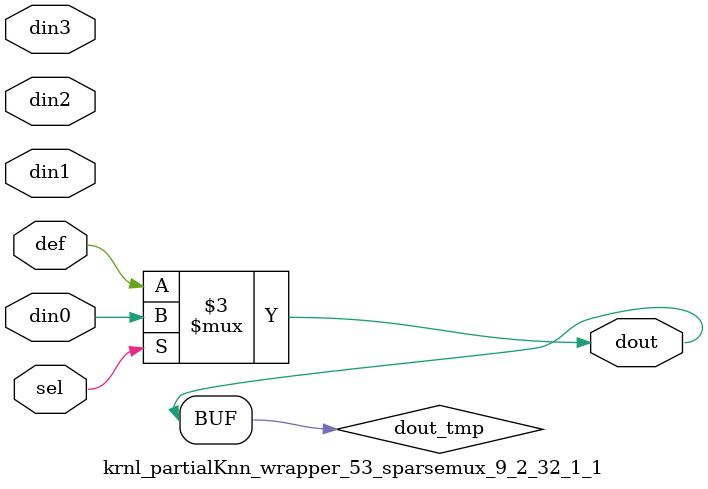
<source format=v>
`timescale 1ns / 1ps

module krnl_partialKnn_wrapper_53_sparsemux_9_2_32_1_1 (din0,din1,din2,din3,def,sel,dout);

parameter din0_WIDTH = 1;

parameter din1_WIDTH = 1;

parameter din2_WIDTH = 1;

parameter din3_WIDTH = 1;

parameter def_WIDTH = 1;
parameter sel_WIDTH = 1;
parameter dout_WIDTH = 1;

parameter [sel_WIDTH-1:0] CASE0 = 1;

parameter [sel_WIDTH-1:0] CASE1 = 1;

parameter [sel_WIDTH-1:0] CASE2 = 1;

parameter [sel_WIDTH-1:0] CASE3 = 1;

parameter ID = 1;
parameter NUM_STAGE = 1;



input [din0_WIDTH-1:0] din0;

input [din1_WIDTH-1:0] din1;

input [din2_WIDTH-1:0] din2;

input [din3_WIDTH-1:0] din3;

input [def_WIDTH-1:0] def;
input [sel_WIDTH-1:0] sel;

output [dout_WIDTH-1:0] dout;



reg [dout_WIDTH-1:0] dout_tmp;

always @ (*) begin
case (sel)
    
    CASE0 : dout_tmp = din0;
    
    CASE1 : dout_tmp = din1;
    
    CASE2 : dout_tmp = din2;
    
    CASE3 : dout_tmp = din3;
    
    default : dout_tmp = def;
endcase
end


assign dout = dout_tmp;



endmodule

</source>
